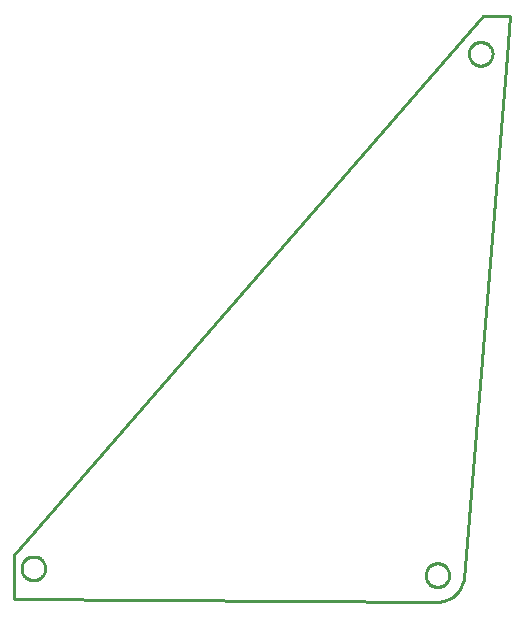
<source format=gbr>
G04 EAGLE Gerber RS-274X export*
G75*
%MOMM*%
%FSLAX34Y34*%
%LPD*%
%IN*%
%IPPOS*%
%AMOC8*
5,1,8,0,0,1.08239X$1,22.5*%
G01*
G04 Define Apertures*
%ADD10C,0.254000*%
D10*
X0Y1937D02*
X358412Y6D01*
X360374Y81D01*
X362321Y327D01*
X364240Y742D01*
X366115Y1322D01*
X367932Y2063D01*
X369678Y2960D01*
X371339Y4006D01*
X372903Y5192D01*
X374357Y6511D01*
X375691Y7951D01*
X376894Y9502D01*
X377958Y11151D01*
X378874Y12888D01*
X379635Y14697D01*
X380235Y16566D01*
X380670Y18480D01*
X380797Y19251D01*
X417610Y462352D01*
X419972Y496201D01*
X396729Y496201D01*
X0Y39879D01*
X0Y1937D01*
X368533Y22069D02*
X368533Y22943D01*
X368457Y23813D01*
X368306Y24673D01*
X368080Y25516D01*
X367781Y26337D01*
X367412Y27128D01*
X366975Y27884D01*
X366474Y28600D01*
X365913Y29268D01*
X365296Y29886D01*
X364627Y30447D01*
X363911Y30948D01*
X363155Y31385D01*
X362364Y31754D01*
X361543Y32052D01*
X360700Y32278D01*
X359840Y32430D01*
X358970Y32506D01*
X358097Y32506D01*
X357227Y32430D01*
X356367Y32278D01*
X355523Y32052D01*
X354703Y31754D01*
X353911Y31385D01*
X353155Y30948D01*
X352440Y30447D01*
X351771Y29886D01*
X351154Y29268D01*
X350592Y28600D01*
X350091Y27884D01*
X349655Y27128D01*
X349286Y26337D01*
X348987Y25516D01*
X348761Y24673D01*
X348609Y23813D01*
X348533Y22943D01*
X348533Y22069D01*
X348609Y21200D01*
X348761Y20340D01*
X348987Y19496D01*
X349286Y18676D01*
X349655Y17884D01*
X350091Y17128D01*
X350592Y16413D01*
X351154Y15744D01*
X351771Y15126D01*
X352440Y14565D01*
X353155Y14064D01*
X353911Y13628D01*
X354703Y13259D01*
X355523Y12960D01*
X356367Y12734D01*
X357227Y12582D01*
X358097Y12506D01*
X358970Y12506D01*
X359840Y12582D01*
X360700Y12734D01*
X361543Y12960D01*
X362364Y13259D01*
X363155Y13628D01*
X363911Y14064D01*
X364627Y14565D01*
X365296Y15126D01*
X365913Y15744D01*
X366474Y16413D01*
X366975Y17128D01*
X367412Y17884D01*
X367781Y18676D01*
X368080Y19496D01*
X368306Y20340D01*
X368457Y21200D01*
X368533Y22069D01*
X26430Y27858D02*
X26430Y28731D01*
X26354Y29601D01*
X26203Y30461D01*
X25977Y31304D01*
X25678Y32125D01*
X25309Y32916D01*
X24872Y33672D01*
X24372Y34388D01*
X23810Y35057D01*
X23193Y35674D01*
X22524Y36235D01*
X21809Y36736D01*
X21052Y37173D01*
X20261Y37542D01*
X19440Y37840D01*
X18597Y38066D01*
X17737Y38218D01*
X16867Y38294D01*
X15994Y38294D01*
X15124Y38218D01*
X14264Y38066D01*
X13420Y37840D01*
X12600Y37542D01*
X11809Y37173D01*
X11052Y36736D01*
X10337Y36235D01*
X9668Y35674D01*
X9051Y35057D01*
X8489Y34388D01*
X7988Y33672D01*
X7552Y32916D01*
X7183Y32125D01*
X6884Y31304D01*
X6658Y30461D01*
X6507Y29601D01*
X6430Y28731D01*
X6430Y27858D01*
X6507Y26988D01*
X6658Y26128D01*
X6884Y25284D01*
X7183Y24464D01*
X7552Y23672D01*
X7988Y22916D01*
X8489Y22201D01*
X9051Y21532D01*
X9668Y20914D01*
X10337Y20353D01*
X11052Y19852D01*
X11809Y19416D01*
X12600Y19047D01*
X13420Y18748D01*
X14264Y18522D01*
X15124Y18370D01*
X15994Y18294D01*
X16867Y18294D01*
X17737Y18370D01*
X18597Y18522D01*
X19440Y18748D01*
X20261Y19047D01*
X21052Y19416D01*
X21809Y19852D01*
X22524Y20353D01*
X23193Y20914D01*
X23810Y21532D01*
X24372Y22201D01*
X24872Y22916D01*
X25309Y23672D01*
X25678Y24464D01*
X25977Y25284D01*
X26203Y26128D01*
X26354Y26988D01*
X26430Y27858D01*
X405164Y463482D02*
X405164Y464355D01*
X405088Y465225D01*
X404937Y466085D01*
X404711Y466928D01*
X404412Y467749D01*
X404043Y468540D01*
X403606Y469297D01*
X403105Y470012D01*
X402544Y470681D01*
X401927Y471298D01*
X401258Y471860D01*
X400542Y472360D01*
X399786Y472797D01*
X398995Y473166D01*
X398174Y473465D01*
X397331Y473691D01*
X396471Y473842D01*
X395601Y473918D01*
X394728Y473918D01*
X393858Y473842D01*
X392998Y473691D01*
X392154Y473465D01*
X391334Y473166D01*
X390542Y472797D01*
X389786Y472360D01*
X389071Y471860D01*
X388402Y471298D01*
X387785Y470681D01*
X387223Y470012D01*
X386722Y469297D01*
X386286Y468540D01*
X385917Y467749D01*
X385618Y466928D01*
X385392Y466085D01*
X385240Y465225D01*
X385164Y464355D01*
X385164Y463482D01*
X385240Y462612D01*
X385392Y461752D01*
X385618Y460908D01*
X385917Y460088D01*
X386286Y459297D01*
X386722Y458540D01*
X387223Y457825D01*
X387785Y457156D01*
X388402Y456539D01*
X389071Y455977D01*
X389786Y455476D01*
X390542Y455040D01*
X391334Y454671D01*
X392154Y454372D01*
X392998Y454146D01*
X393858Y453995D01*
X394728Y453918D01*
X395601Y453918D01*
X396471Y453995D01*
X397331Y454146D01*
X398174Y454372D01*
X398995Y454671D01*
X399786Y455040D01*
X400542Y455476D01*
X401258Y455977D01*
X401927Y456539D01*
X402544Y457156D01*
X403105Y457825D01*
X403606Y458540D01*
X404043Y459297D01*
X404412Y460088D01*
X404711Y460908D01*
X404937Y461752D01*
X405088Y462612D01*
X405164Y463482D01*
M02*

</source>
